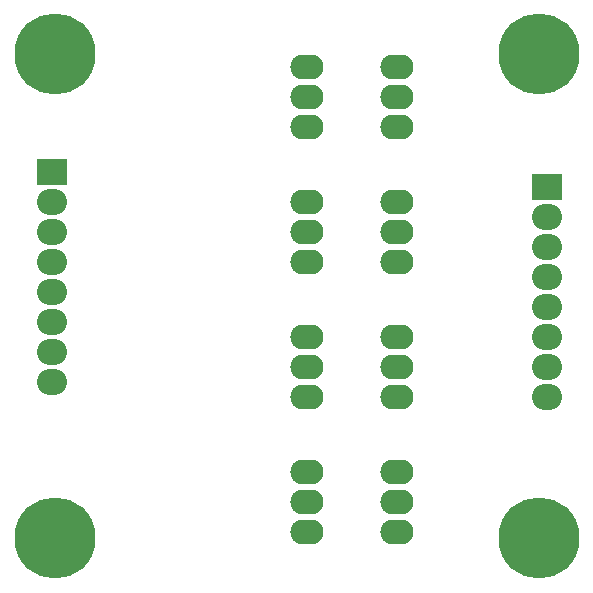
<source format=gbs>
G04 #@! TF.FileFunction,Soldermask,Bot*
%FSLAX46Y46*%
G04 Gerber Fmt 4.6, Leading zero omitted, Abs format (unit mm)*
G04 Created by KiCad (PCBNEW 4.0.5) date 05/20/17 15:19:27*
%MOMM*%
%LPD*%
G01*
G04 APERTURE LIST*
%ADD10C,0.150000*%
%ADD11O,2.808000X2.108000*%
%ADD12R,2.540000X2.235200*%
%ADD13O,2.540000X2.235200*%
%ADD14C,6.858000*%
G04 APERTURE END LIST*
D10*
D11*
X25340000Y-5090000D03*
X25340000Y-7630000D03*
X25340000Y-10170000D03*
X32960000Y-10170000D03*
X32960000Y-7630000D03*
X32960000Y-5090000D03*
X25340000Y-16520000D03*
X25340000Y-19060000D03*
X25340000Y-21600000D03*
X32960000Y-21600000D03*
X32960000Y-19060000D03*
X32960000Y-16520000D03*
X25340000Y-27950000D03*
X25340000Y-30490000D03*
X25340000Y-33030000D03*
X32960000Y-33030000D03*
X32960000Y-30490000D03*
X32960000Y-27950000D03*
X25340000Y-39380000D03*
X25340000Y-41920000D03*
X25340000Y-44460000D03*
X32960000Y-44460000D03*
X32960000Y-41920000D03*
X32960000Y-39380000D03*
D12*
X3750000Y-13980000D03*
D13*
X3750000Y-16520000D03*
X3750000Y-19060000D03*
X3750000Y-21600000D03*
X3750000Y-24140000D03*
X3750000Y-26680000D03*
X3750000Y-29220000D03*
X3750000Y-31760000D03*
D12*
X45660000Y-15250000D03*
D13*
X45660000Y-17790000D03*
X45660000Y-20330000D03*
X45660000Y-22870000D03*
X45660000Y-25410000D03*
X45660000Y-27950000D03*
X45660000Y-30490000D03*
X45660000Y-33030000D03*
D14*
X4000000Y-4000000D03*
X45000000Y-4000000D03*
X4000000Y-45000000D03*
X45000000Y-45000000D03*
M02*

</source>
